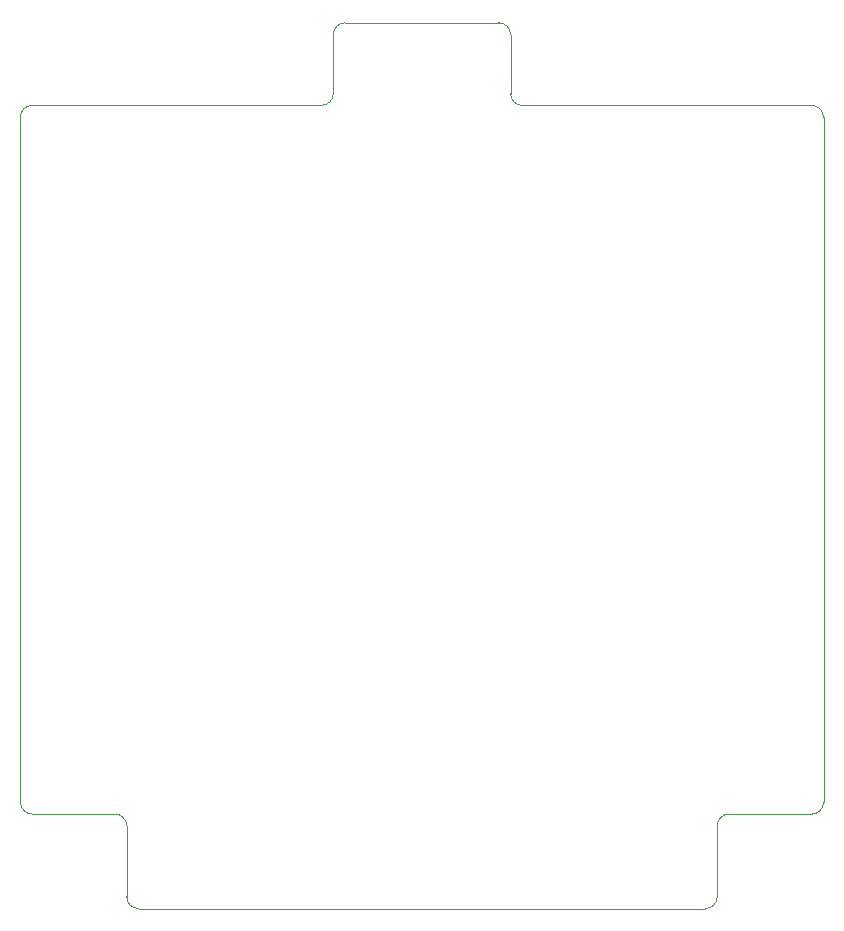
<source format=gbr>
%TF.GenerationSoftware,KiCad,Pcbnew,(5.1.6)-1*%
%TF.CreationDate,2021-11-17T22:19:31+01:00*%
%TF.ProjectId,sneak100_main_board,736e6561-6b31-4303-905f-6d61696e5f62,rev?*%
%TF.SameCoordinates,Original*%
%TF.FileFunction,Profile,NP*%
%FSLAX46Y46*%
G04 Gerber Fmt 4.6, Leading zero omitted, Abs format (unit mm)*
G04 Created by KiCad (PCBNEW (5.1.6)-1) date 2021-11-17 22:19:31*
%MOMM*%
%LPD*%
G01*
G04 APERTURE LIST*
%TA.AperFunction,Profile*%
%ADD10C,0.050000*%
%TD*%
G04 APERTURE END LIST*
D10*
X140250000Y-47500000D02*
X140250000Y-42500000D01*
X140250000Y-42500000D02*
G75*
G02*
X141250000Y-41500000I1000000J0D01*
G01*
X140250000Y-47500000D02*
G75*
G02*
X139250000Y-48500000I-1000000J0D01*
G01*
X141250000Y-41500000D02*
X154250000Y-41500000D01*
X155250000Y-42500000D02*
X155250000Y-47500000D01*
X154250000Y-41500000D02*
G75*
G02*
X155250000Y-42500000I0J-1000000D01*
G01*
X156250000Y-48500000D02*
G75*
G02*
X155250000Y-47500000I0J1000000D01*
G01*
X156250000Y-48500000D02*
X180750000Y-48500000D01*
X180750000Y-48500000D02*
G75*
G02*
X181750000Y-49500000I0J-1000000D01*
G01*
X172750000Y-109500000D02*
G75*
G02*
X173750000Y-108500000I1000000J0D01*
G01*
X181750000Y-107500000D02*
G75*
G02*
X180750000Y-108500000I-1000000J0D01*
G01*
X181750000Y-107500000D02*
X181750000Y-49500000D01*
X173750000Y-108500000D02*
X180750000Y-108500000D01*
X172750000Y-115500000D02*
X172750000Y-109500000D01*
X113750000Y-49500000D02*
G75*
G02*
X114750000Y-48500000I1000000J0D01*
G01*
X114750000Y-108500000D02*
G75*
G02*
X113750000Y-107500000I0J1000000D01*
G01*
X121750000Y-108500000D02*
G75*
G02*
X122750000Y-109500000I0J-1000000D01*
G01*
X122750000Y-109500000D02*
X122750000Y-115500000D01*
X114750000Y-108500000D02*
X121750000Y-108500000D01*
X113750000Y-49500000D02*
X113750000Y-107500000D01*
X139250000Y-48500000D02*
X114750000Y-48500000D01*
X172750000Y-115500000D02*
G75*
G02*
X171750000Y-116500000I-1000000J0D01*
G01*
X123750000Y-116500000D02*
G75*
G02*
X122750000Y-115500000I0J1000000D01*
G01*
X171750000Y-116500000D02*
X123750000Y-116500000D01*
M02*

</source>
